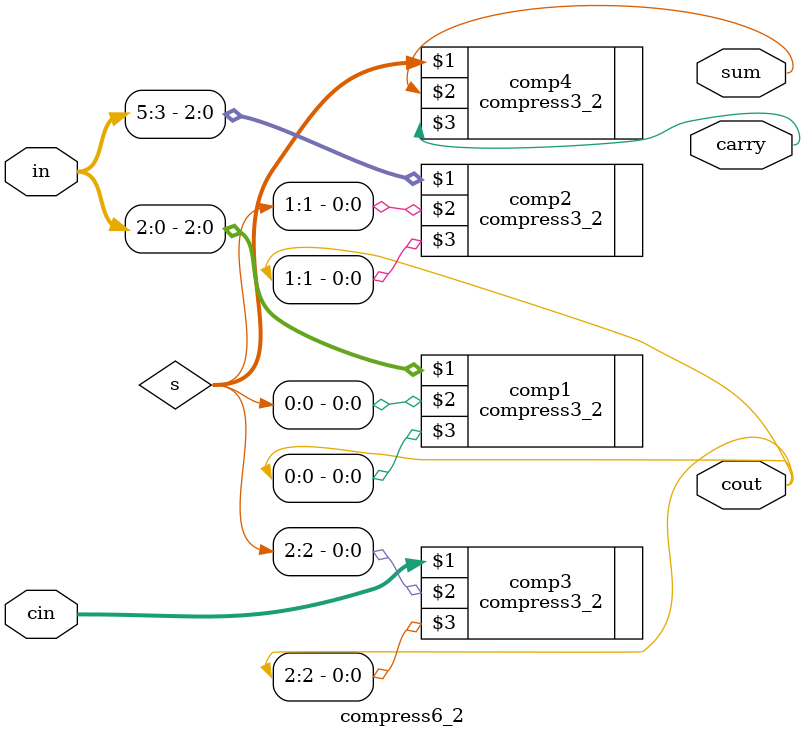
<source format=v>
module compress6_2 (in,cin,cout,carry,sum);

input [5:0] in;
input [2:0] cin;
output sum,carry;
output [2:0] cout;

//wire [8:0] in_temp;
//assign in_temp={in,cin};
wire [2:0]s;
//wire [2:0]c;
compress3_2 comp1(in[2:0],s[0],cout[0]);
compress3_2 comp2(in[5:3],s[1],cout[1]);
compress3_2 comp3(cin,s[2],cout[2]);

//assign cout=c;
//wire sum_tem,carry_tem;
compress3_2 comp4(s,sum,carry);

//always @ *
//begin
	//sum=sum_tem;
	//carry=carry_tem;
//end




endmodule

</source>
